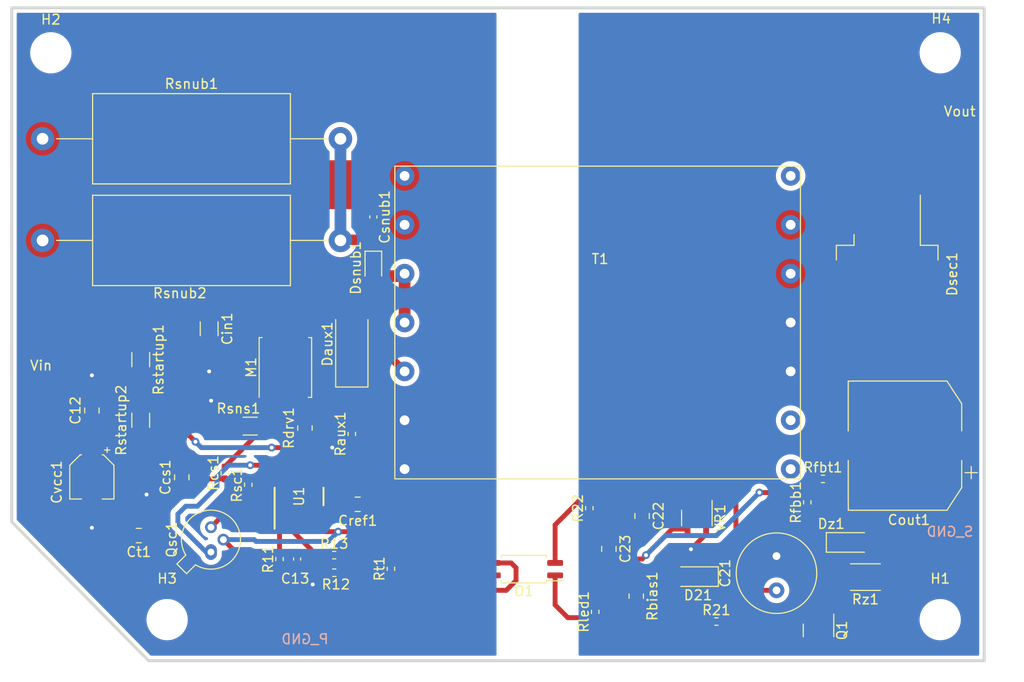
<source format=kicad_pcb>
(kicad_pcb (version 20211014) (generator pcbnew)
  (layers (0 "F.Cu" signal) (31 "B.Cu" signal) (34 "B.Paste" user) (35 "F.Paste" user) (36 "B.SilkS" user "B.Silkscreen") (37 "F.SilkS" user "F.Silkscreen") (38 "B.Mask" user) (39 "F.Mask" user) (44 "Edge.Cuts" user))
  (net 0 "")
  (net 1 "Net-(C12-Pad1)")
  (net 2 "GNDREF")
  (net 3 "Net-(C13-Pad1)")
  (net 4 "Net-(C13-Pad2)")
  (net 5 "Net-(C21-Pad1)")
  (net 6 "GND")
  (net 7 "Net-(C22-Pad1)")
  (net 8 "Net-(C22-Pad2)")
  (net 9 "Net-(C23-Pad2)")
  (net 10 "Net-(Ccs1-Pad2)")
  (net 11 "VDC")
  (net 12 "Vout")
  (net 13 "Net-(Cref1-Pad2)")
  (net 14 "Net-(Csnub1-Pad2)")
  (net 15 "Net-(Ct1-Pad1)")
  (net 16 "Net-(Dsec1-Pad2)")
  (net 17 "Net-(M1-Pad1)")
  (net 18 "Net-(M1-Pad4)")
  (net 19 "Net-(Daux1-Pad1)")
  (net 20 "Net-(Dz1-Pad1)")
  (net 21 "Net-(O1-Pad1)")
  (net 22 "Net-(Rdrv1-Pad1)")
  (net 23 "Net-(O1-Pad3)")
  (net 24 "Net-(Q1-Pad2)")
  (net 25 "Net-(Daux1-Pad2)")
  (net 26 "Net-(Dsnub1-Pad2)")
  (net 27 "Net-(Rstartup1-Pad2)")
  (net 28 "Net-(Qsc1-Pad3)")
  (footprint "Resistor_SMD:R_0402_1005Metric_Pad0.72x0.64mm_HandSolder" (layer "F.Cu") (at 99.995 103.4)
    (fp_text reference "R13" (at 0 -1.17) (layer "F.SilkS"))
    (fp_text value "4.99 kR")
    (pad "1" smd roundrect (at -0.5975 0) (size 0.715 0.64) (layers "F.Cu" "F.Paste" "F.Mask") (net 3 "Net-(C13-Pad1)"))
    (pad "2" smd roundrect (at 0.5975 0) (size 0.715 0.64) (layers "F.Cu" "F.Paste" "F.Mask") (net 23 "Net-(O1-Pad3)"))
  )
  (footprint "Diode_SMD:D_SMA_Handsoldering" (layer "F.Cu") (at 101.8 81.8 90)
    (fp_text reference "Daux1" (at 0 -2.5 90) (layer "F.SilkS"))
    (fp_text value "D_Schottky")
    (pad "1" smd rect (at -2.5 0 90) (size 3.5 1.8) (layers "F.Cu" "F.Paste" "F.Mask") (net 19 "Net-(Daux1-Pad1)"))
    (pad "2" smd rect (at 2.5 0 90) (size 3.5 1.8) (layers "F.Cu" "F.Paste" "F.Mask") (net 25 "Net-(Daux1-Pad2)"))
  )
  (footprint "Resistor_SMD:R_0402_1005Metric_Pad0.72x0.64mm_HandSolder" (layer "F.Cu") (at 88.8 95 90)
    (fp_text reference "Rcs1" (at 0 -1.17 90) (layer "F.SilkS"))
    (fp_text value "1 kR")
    (pad "1" smd roundrect (at -0.5975 0 90) (size 0.715 0.64) (layers "F.Cu" "F.Paste" "F.Mask") (net 10 "Net-(Ccs1-Pad2)"))
    (pad "2" smd roundrect (at 0.5975 0 90) (size 0.715 0.64) (layers "F.Cu" "F.Paste" "F.Mask") (net 17 "Net-(M1-Pad1)"))
  )
  (footprint "Resistor_SMD:R_0402_1005Metric_Pad0.72x0.64mm_HandSolder" (layer "F.Cu") (at 105.8 104.8 90)
    (fp_text reference "Rt1" (at 0 -1.17 90) (layer "F.SilkS"))
    (fp_text value "7.5 kR")
    (pad "1" smd roundrect (at -0.5975 0 90) (size 0.715 0.64) (layers "F.Cu" "F.Paste" "F.Mask") (net 15 "Net-(Ct1-Pad1)"))
    (pad "2" smd roundrect (at 0.5975 0 90) (size 0.715 0.64) (layers "F.Cu" "F.Paste" "F.Mask") (net 13 "Net-(Cref1-Pad2)"))
  )
  (footprint "Diode_SMD:D_SOD-323" (layer "F.Cu") (at 104 73.8 -90)
    (fp_text reference "Dsnub1" (at 0.2 1.8 90) (layer "F.SilkS"))
    (fp_text value "D_Schottky")
    (pad "1" smd rect (at -1.05 0 270) (size 0.6 0.45) (layers "F.Cu" "F.Paste" "F.Mask") (net 14 "Net-(Csnub1-Pad2)"))
    (pad "2" smd rect (at 1.05 0 270) (size 0.6 0.45) (layers "F.Cu" "F.Paste" "F.Mask") (net 26 "Net-(Dsnub1-Pad2)"))
  )
  (footprint "Resistor_SMD:R_0402_1005Metric_Pad0.72x0.64mm_HandSolder" (layer "F.Cu") (at 139.1 110.2)
    (fp_text reference "R21" (at 0 -1.17) (layer "F.SilkS"))
    (fp_text value "10 kR")
    (pad "1" smd roundrect (at -0.5975 0) (size 0.715 0.64) (layers "F.Cu" "F.Paste" "F.Mask") (net 5 "Net-(C21-Pad1)"))
    (pad "2" smd roundrect (at 0.5975 0) (size 0.715 0.64) (layers "F.Cu" "F.Paste" "F.Mask") (net 24 "Net-(Q1-Pad2)"))
  )
  (footprint "Capacitor_SMD:C_0805_2012Metric_Pad1.18x1.45mm_HandSolder" (layer "F.Cu") (at 102.4 98.2 180)
    (fp_text reference "Cref1" (at 0 -1.68) (layer "F.SilkS"))
    (fp_text value "100 nF")
    (pad "1" smd roundrect (at -1.0375 0 180) (size 1.175 1.45) (layers "F.Cu" "F.Paste" "F.Mask") (roundrect_rratio 0.212766) (net 2 "GNDREF"))
    (pad "2" smd roundrect (at 1.0375 0 180) (size 1.175 1.45) (layers "F.Cu" "F.Paste" "F.Mask") (roundrect_rratio 0.212766) (net 13 "Net-(Cref1-Pad2)"))
  )
  (footprint "Capacitor_SMD:CP_Elec_4x5.3" (layer "F.Cu") (at 75.2 95.4 -90)
    (fp_text reference "Cvcc1" (at 0.532218 3.6 90) (layer "F.SilkS"))
    (fp_text value "4.7 uF")
    (pad "1" smd roundrect (at -1.8 0 270) (size 2.6 1.6) (layers "F.Cu" "F.Paste" "F.Mask") (roundrect_rratio 0.15625) (net 1 "Net-(C12-Pad1)"))
    (pad "2" smd roundrect (at 1.8 0 270) (size 2.6 1.6) (layers "F.Cu" "F.Paste" "F.Mask") (roundrect_rratio 0.15625) (net 2 "GNDREF"))
  )
  (footprint "Resistor_SMD:R_0402_1005Metric_Pad0.72x0.64mm_HandSolder" (layer "F.Cu") (at 126.7 109.2 90)
    (fp_text reference "Rled1" (at 0 -1.17 90) (layer "F.SilkS"))
    (fp_text value "16.2 kR")
    (pad "1" smd roundrect (at -0.5975 0 90) (size 0.715 0.64) (layers "F.Cu" "F.Paste" "F.Mask") (net 21 "Net-(O1-Pad1)"))
    (pad "2" smd roundrect (at 0.5975 0 90) (size 0.715 0.64) (layers "F.Cu" "F.Paste" "F.Mask") (net 24 "Net-(Q1-Pad2)"))
  )
  (footprint "Resistor_THT:R_Axial_DIN0922_L20.0mm_D9.0mm_P30.48mm_Horizontal" (layer "F.Cu") (at 70.155 60.8)
    (fp_text reference "Rsnub1" (at 15.24 -5.62) (layer "F.SilkS"))
    (fp_text value "118.452 R")
    (pad "1" thru_hole circle (at 0 0) (size 2.4 2.4) (drill 1.2) (layers *.Cu *.Mask) (net 11 "VDC"))
    (pad "2" thru_hole oval (at 30.48 0) (size 2.4 2.4) (drill 1.2) (layers *.Cu *.Mask) (net 14 "Net-(Csnub1-Pad2)"))
  )
  (footprint "Resistor_SMD:R_1206_3216Metric_Pad1.30x1.75mm_HandSolder" (layer "F.Cu") (at 80.2 83.4 -90)
    (fp_text reference "Rstartup1" (at 0 -1.82 90) (layer "F.SilkS"))
    (fp_text value "3.83 kR")
    (pad "1" smd roundrect (at -1.55 0 270) (size 1.3 1.75) (layers "F.Cu" "F.Paste" "F.Mask") (roundrect_rratio 0.192308) (net 11 "VDC"))
    (pad "2" smd roundrect (at 1.55 0 270) (size 1.3 1.75) (layers "F.Cu" "F.Paste" "F.Mask") (roundrect_rratio 0.192308) (net 27 "Net-(Rstartup1-Pad2)"))
  )
  (footprint "Capacitor_SMD:C_0805_2012Metric_Pad1.18x1.45mm_HandSolder" (layer "F.Cu") (at 128.1 102.7625 -90)
    (fp_text reference "C23" (at 0 -1.68 90) (layer "F.SilkS"))
    (fp_text value "56 pF")
    (pad "1" smd roundrect (at -1.0375 0 270) (size 1.175 1.45) (layers "F.Cu" "F.Paste" "F.Mask") (roundrect_rratio 0.212766) (net 8 "Net-(C22-Pad2)"))
    (pad "2" smd roundrect (at 1.0375 0 270) (size 1.175 1.45) (layers "F.Cu" "F.Paste" "F.Mask") (roundrect_rratio 0.212766) (net 9 "Net-(C23-Pad2)"))
  )
  (footprint "Resistor_SMD:R_1206_3216Metric_Pad1.30x1.75mm_HandSolder" (layer "F.Cu") (at 91.4 90.2)
    (fp_text reference "Rsns1" (at -1.2 -1.8) (layer "F.SilkS"))
    (fp_text value "33.9637 mR")
    (pad "1" smd roundrect (at -1.55 0) (size 1.3 1.75) (layers "F.Cu" "F.Paste" "F.Mask") (roundrect_rratio 0.192308) (net 2 "GNDREF"))
    (pad "2" smd roundrect (at 1.55 0) (size 1.3 1.75) (layers "F.Cu" "F.Paste" "F.Mask") (roundrect_rratio 0.192308) (net 17 "Net-(M1-Pad1)"))
  )
  (footprint "Capacitor_THT:C_Radial_D8.0mm_H11.5mm_P3.50mm" (layer "F.Cu") (at 145.25 107 90)
    (fp_text reference "C21" (at 1.75 -5.25 90) (layer "F.SilkS"))
    (fp_text value "68 uF")
    (pad "1" thru_hole circle (at 0 0 90) (size 1.6 1.6) (drill 0.8) (layers *.Cu *.Mask) (net 5 "Net-(C21-Pad1)"))
    (pad "2" thru_hole circle (at 3.5 0 90) (size 1.6 1.6) (drill 0.8) (layers *.Cu *.Mask) (net 6 "GND"))
  )
  (footprint "Resistor_SMD:R_0805_2012Metric_Pad1.20x1.40mm_HandSolder" (layer "F.Cu") (at 130.9 107.6 -90)
    (fp_text reference "Rbias1" (at 0 -1.65 90) (layer "F.SilkS"))
    (fp_text value "13.7 kR")
    (pad "1" smd roundrect (at -1 0 270) (size 1.2 1.4) (layers "F.Cu" "F.Paste" "F.Mask") (roundrect_rratio 0.208333) (net 7 "Net-(C22-Pad1)"))
    (pad "2" smd roundrect (at 1 0 270) (size 1.2 1.4) (layers "F.Cu" "F.Paste" "F.Mask") (roundrect_rratio 0.208333) (net 24 "Net-(Q1-Pad2)"))
  )
  (footprint "CUSTOM_FOOTPRINTS:UCC2813-1D" (layer "F.Cu") (at 96.4 97.4 90)
    (fp_text reference "U1" (at 0 0 90 unlocked) (layer "F.SilkS"))
    (fp_text value "UCC2813D-1")
    (pad "1" smd oval (at -2.825001 -1.905 180) (size 0.650001 1.649999) (layers "F.Cu" "F.Paste" "F.Mask") (net 4 "Net-(C13-Pad2)"))
    (pad "2" smd oval (at -2.825001 -0.635 180) (size 0.650001 1.649999) (layers "F.Cu" "F.Paste" "F.Mask") (net 3 "Net-(C13-Pad1)"))
    (pad "3" smd oval (at -2.825001 0.635 180) (size 0.650001 1.649999) (layers "F.Cu" "F.Paste" "F.Mask") (net 10 "Net-(Ccs1-Pad2)"))
    (pad "4" smd oval (at -2.825001 1.905 180) (size 0.650001 1.649999) (layers "F.Cu" "F.Paste" "F.Mask") (net 15 "Net-(Ct1-Pad1)"))
    (pad "5" smd oval (at 2.824998 1.905 180) (size 0.650001 1.649999) (layers "F.Cu" "F.Paste" "F.Mask") (net 2 "GNDREF"))
    (pad "6" smd oval (at 2.824998 0.635 180) (size 0.650001 1.649999) (layers "F.Cu" "F.Paste" "F.Mask") (net 22 "Net-(Rdrv1-Pad1)"))
    (pad "7" smd oval (at 2.824998 -0.635 180) (size 0.650001 1.649999) (layers "F.Cu" "F.Paste" "F.Mask") (net 1 "Net-(C12-Pad1)"))
    (pad "8" smd oval (at 2.824998 -1.905 180) (size 0.650001 1.649999) (layers "F.Cu" "F.Paste" "F.Mask") (net 13 "Net-(Cref1-Pad2)"))
  )
  (footprint "Diode_SMD:D_SOD-123F" (layer "F.Cu") (at 137.1 105.6 180)
    (fp_text reference "D21" (at -0.127 -1.905) (layer "F.SilkS"))
    (fp_text value "PMEG6010CEH")
    (pad "1" smd rect (at -1.4 0 180) (size 1.1 1.1) (layers "F.Cu" "F.Paste" "F.Mask") (net 5 "Net-(C21-Pad1)"))
    (pad "2" smd rect (at 1.4 0 180) (size 1.1 1.1) (layers "F.Cu" "F.Paste" "F.Mask") (net 7 "Net-(C22-Pad1)"))
  )
  (footprint "Package_TO_SOT_SMD:SOT-23" (layer "F.Cu") (at 149.55 111.1 -90)
    (fp_text reference "Q1" (at 0 -2.4 90) (layer "F.SilkS"))
    (fp_text value "BC846")
    (pad "1" smd roundrect (at -0.9375 -0.95 270) (size 1.475 0.6) (layers "F.Cu" "F.Paste" "F.Mask") (net 20 "Net-(Dz1-Pad1)"))
    (pad "2" smd roundrect (at -0.9375 0.95 270) (size 1.475 0.6) (layers "F.Cu" "F.Paste" "F.Mask") (net 24 "Net-(Q1-Pad2)"))
    (pad "3" smd roundrect (at 0.9375 0 270) (size 1.475 0.6) (layers "F.Cu" "F.Paste" "F.Mask") (net 12 "Vout"))
  )
  (footprint "Resistor_SMD:R_0402_1005Metric_Pad0.72x0.64mm_HandSolder" (layer "F.Cu") (at 94.4 103.8 90)
    (fp_text reference "R11" (at 0 -1.17 90) (layer "F.SilkS"))
    (fp_text value "10 kR")
    (pad "1" smd roundrect (at -0.5975 0 90) (size 0.715 0.64) (layers "F.Cu" "F.Paste" "F.Mask") (net 3 "Net-(C13-Pad1)"))
    (pad "2" smd roundrect (at 0.5975 0 90) (size 0.715 0.64) (layers "F.Cu" "F.Paste" "F.Mask") (net 4 "Net-(C13-Pad2)"))
  )
  (footprint "MountingHole:MountingHole_3.2mm_M3" (layer "F.Cu") (at 71 52)
    (fp_text reference "H2" (at 0 -3.4) (layer "F.SilkS"))
    (fp_text value "MountingHole")
    (pad "" np_thru_hole circle (at 0 0) (size 3.2 3.2) (drill 3.2) (layers *.Cu *.Mask))
  )
  (footprint "CUSTOM_FOOTPRINTS:Custom_Transformer-P0.5-7" (layer "F.Cu") (at 127.2 79.6)
    (fp_text reference "T1" (at 0 -6.5 unlocked) (layer "F.SilkS"))
    (fp_text value "Transformer_1P_2S")
    (pad "1" thru_hole circle (at -20 -15) (size 2 2) (drill 1) (layers *.Cu *.Mask) (net 11 "VDC"))
    (pad "2" thru_hole circle (at -20 -10) (size 2 2) (drill 1) (layers *.Cu *.Mask) (net 11 "VDC"))
    (pad "3" thru_hole circle (at -20 -5) (size 2 2) (drill 1) (layers *.Cu *.Mask) (net 26 "Net-(Dsnub1-Pad2)"))
    (pad "4" thru_hole circle (at -20 0) (size 2 2) (drill 1) (layers *.Cu *.Mask) (net 26 "Net-(Dsnub1-Pad2)"))
    (pad "5" thru_hole circle (at -20 5) (size 2 2) (drill 1) (layers *.Cu *.Mask) (net 25 "Net-(Daux1-Pad2)"))
    (pad "6" thru_hole circle (at -20 10) (size 2 2) (drill 1) (layers *.Cu *.Mask) (net 2 "GNDREF"))
    (pad "7" thru_hole circle (at -20 15) (size 2 2) (drill 1) (layers *.Cu *.Mask) (net 2 "GNDREF"))
    (pad "8" thru_hole circle (at 19.5 -15) (size 2 2) (drill 1) (layers *.Cu *.Mask))
    (pad "9" thru_hole circle (at 19.5 -10) (size 2 2) (drill 1) (layers *.Cu *.Mask) (net 16 "Net-(Dsec1-Pad2)"))
    (pad "10" thru_hole circle (at 19.5 -5) (size 2 2) (drill 1) (layers *.Cu *.Mask) (net 16 "Net-(Dsec1-Pad2)"))
    (pad "11" thru_hole circle (at 19.5 0) (size 2 2) (drill 1) (layers *.Cu *.Mask) (net 6 "GND"))
    (pad "12" thru_hole circle (at 19.5 5) (size 2 2) (drill 1) (layers *.Cu *.Mask) (net 6 "GND"))
    (pad "13" thru_hole circle (at 19.5 10) (size 2 2) (drill 1) (layers *.Cu *.Mask))
    (pad "14" thru_hole circle (at 19.5 15) (size 2 2) (drill 1) (layers *.Cu *.Mask))
  )
  (footprint "Package_TO_SOT_SMD:SOT-23-5" (layer "F.Cu") (at 137.1 99.6 -90)
    (fp_text reference "VR1" (at 0 -2.4 90) (layer "F.SilkS"))
    (fp_text value "TL431DBV")
    (pad "1" smd roundrect (at -1.1375 -0.95 270) (size 1.325 0.6) (layers "F.Cu" "F.Paste" "F.Mask"))
    (pad "2" smd roundrect (at -1.1375 0 270) (size 1.325 0.6) (layers "F.Cu" "F.Paste" "F.Mask"))
    (pad "3" smd roundrect (at -1.1375 0.95 270) (size 1.325 0.6) (layers "F.Cu" "F.Paste" "F.Mask") (net 7 "Net-(C22-Pad1)"))
    (pad "4" smd roundrect (at 1.1375 0.95 270) (size 1.325 0.6) (layers "F.Cu" "F.Paste" "F.Mask") (net 9 "Net-(C23-Pad2)"))
    (pad "5" smd roundrect (at 1.1375 -0.95 270) (size 1.325 0.6) (layers "F.Cu" "F.Paste" "F.Mask") (net 6 "GND"))
  )
  (footprint "Resistor_THT:R_Axial_DIN0922_L20.0mm_D9.0mm_P30.48mm_Horizontal" (layer "F.Cu") (at 70.155 71.2)
    (fp_text reference "Rsnub2" (at 14.045 5.4) (layer "F.SilkS"))
    (fp_text value "118.452 R")
    (pad "1" thru_hole circle (at 0 0) (size 2.4 2.4) (drill 1.2) (layers *.Cu *.Mask) (net 11 "VDC"))
    (pad "2" thru_hole oval (at 30.48 0) (size 2.4 2.4) (drill 1.2) (layers *.Cu *.Mask) (net 14 "Net-(Csnub1-Pad2)"))
  )
  (footprint "MountingHole:MountingHole_3.2mm_M3" (layer "F.Cu") (at 162 52)
    (fp_text reference "H4" (at 0.1 -3.5) (layer "F.SilkS"))
    (fp_text value "MountingHole")
    (pad "" np_thru_hole circle (at 0 0) (size 3.2 3.2) (drill 3.2) (layers *.Cu *.Mask))
  )
  (footprint "Capacitor_SMD:C_0805_2012Metric_Pad1.18x1.45mm_HandSolder" (layer "F.Cu") (at 75.2 88.6 90)
    (fp_text reference "C12" (at 0 -1.68 90) (layer "F.SilkS"))
    (fp_text value "100 nF")
    (pad "1" smd roundrect (at -1.0375 0 90) (size 1.175 1.45) (layers "F.Cu" "F.Paste" "F.Mask") (roundrect_rratio 0.212766) (net 1 "Net-(C12-Pad1)"))
    (pad "2" smd roundrect (at 1.0375 0 90) (size 1.175 1.45) (layers "F.Cu" "F.Paste" "F.Mask") (roundrect_rratio 0.212766) (net 2 "GNDREF"))
  )
  (footprint "Capacitor_SMD:C_0805_2012Metric_Pad1.18x1.45mm_HandSolder" (layer "F.Cu") (at 131.5 99.4 -90)
    (fp_text reference "C22" (at 0 -1.68 90) (layer "F.SilkS"))
    (fp_text value "22 pF")
    (pad "1" smd roundrect (at -1.0375 0 270) (size 1.175 1.45) (layers "F.Cu" "F.Paste" "F.Mask") (roundrect_rratio 0.212766) (net 7 "Net-(C22-Pad1)"))
    (pad "2" smd roundrect (at 1.0375 0 270) (size 1.175 1.45) (layers "F.Cu" "F.Paste" "F.Mask") (roundrect_rratio 0.212766) (net 8 "Net-(C22-Pad2)"))
  )
  (footprint "CUSTOM_FOOTPRINTS:CP_Elec_12.5x13" (layer "F.Cu") (at 158.4 92.2 180)
    (fp_text reference "Cout1" (at -0.4 -7.6) (layer "F.SilkS"))
    (fp_text value "47 uF")
    (pad "1" smd roundrect (at -4.475 0 180) (size 4.75 2.5) (layers "F.Cu" "F.Paste" "F.Mask") (roundrect_rratio 0.1) (net 12 "Vout"))
    (pad "2" smd roundrect (at 4.65 0 180) (size 4.4 2.5) (layers "F.Cu" "F.Paste" "F.Mask") (roundrect_rratio 0.1) (net 6 "GND"))
  )
  (footprint "MountingHole:MountingHole_3.2mm_M3" (layer "F.Cu") (at 82.9 110)
    (fp_text reference "H3" (at 0 -4.2) (layer "F.SilkS"))
    (fp_text value "MountingHole")
    (pad "" np_thru_hole circle (at 0 0) (size 3.2 3.2) (drill 3.2) (layers *.Cu *.Mask))
  )
  (footprint "Resistor_SMD:R_0402_1005Metric_Pad0.72x0.64mm_HandSolder" (layer "F.Cu") (at 126.1 98.6 90)
    (fp_text reference "R22" (at 0 -1.17 90) (layer "F.SilkS"))
    (fp_text value "1.15 MR")
    (pad "1" smd roundrect (at -0.5975 0 90) (size 0.715 0.64) (layers "F.Cu" "F.Paste" "F.Mask") (net 8 "Net-(C22-Pad2)"))
    (pad "2" smd roundrect (at 0.5975 0 90) (size 0.715 0.64) (layers "F.Cu" "F.Paste" "F.Mask") (net 7 "Net-(C22-Pad1)"))
  )
  (footprint "Resistor_SMD:R_0402_1005Metric_Pad0.72x0.64mm_HandSolder" (layer "F.Cu") (at 101.8 91 90)
    (fp_text reference "Raux1" (at 0 -1.17 90) (layer "F.SilkS"))
    (fp_text value "10 R")
    (pad "1" smd roundrect (at -0.5975 0 90) (size 0.715 0.64) (layers "F.Cu" "F.Paste" "F.Mask") (net 1 "Net-(C12-Pad1)"))
    (pad "2" smd roundrect (at 0.5975 0 90) (size 0.715 0.64) (layers "F.Cu" "F.Paste" "F.Mask") (net 19 "Net-(Daux1-Pad1)"))
  )
  (footprint "Package_TO_SOT_THT:TO-18-3" (layer "F.Cu") (at 87.384725 103.085276 90)
    (fp_text reference "Qsc1" (at 1.27 -4.02 90) (layer "F.SilkS"))
    (fp_text value "2N2646")
    (pad "1" thru_hole oval (at 0 0 90) (size 1.6 1.2) (drill 0.7) (layers *.Cu *.Mask) (net 13 "Net-(Cref1-Pad2)"))
    (pad "2" thru_hole oval (at 1.27 1.27 90) (size 1.2 1.2) (drill 0.7) (layers *.Cu *.Mask) (net 15 "Net-(Ct1-Pad1)"))
    (pad "3" thru_hole oval (at 2.54 0 90) (size 1.2 1.2) (drill 0.7) (layers *.Cu *.Mask) (net 28 "Net-(Qsc1-Pad3)"))
  )
  (footprint "Package_TO_SOT_SMD:TO-263-2_TabPin1" (layer "F.Cu") (at 156.575 74.65 -90)
    (fp_text reference "Dsec1" (at 0 -6.65 90) (layer "F.SilkS"))
    (fp_text value "D")
    (pad "1" smd rect (at 3.375 0 270) (size 9.4 10.8) (layers "F.Cu" "F.Mask") (net 12 "Vout"))
    (pad "1" smd rect (at -5.775 -2.54 270) (size 4.6 1.1) (layers "F.Cu" "F.Paste" "F.Mask") (net 12 "Vout"))
    (pad "2" smd rect (at -5.775 2.54 270) (size 4.6 1.1) (layers "F.Cu" "F.Paste" "F.Mask") (net 16 "Net-(Dsec1-Pad2)"))
  )
  (footprint "Capacitor_SMD:C_0805_2012Metric_Pad1.18x1.45mm_HandSolder" (layer "F.Cu") (at 80 101.4 180)
    (fp_text reference "Ct1" (at 0 -1.68) (layer "F.SilkS"))
    (fp_text value "1 nF")
    (pad "1" smd roundrect (at -1.0375 0 180) (size 1.175 1.45) (layers "F.Cu" "F.Paste" "F.Mask") (roundrect_rratio 0.212766) (net 15 "Net-(Ct1-Pad1)"))
    (pad "2" smd roundrect (at 1.0375 0 180) (size 1.175 1.45) (layers "F.Cu" "F.Paste" "F.Mask") (roundrect_rratio 0.212766) (net 2 "GNDREF"))
  )
  (footprint "Resistor_SMD:R_0402_1005Metric_Pad0.72x0.64mm_HandSolder" (layer "F.Cu") (at 150.0025 95.6)
    (fp_text reference "Rfbt1" (at 0 -1.17) (layer "F.SilkS"))
    (fp_text value "54.9 kR")
    (pad "1" smd roundrect (at -0.5975 0) (size 0.715 0.64) (layers "F.Cu" "F.Paste" "F.Mask") (net 9 "Net-(C23-Pad2)"))
    (pad "2" smd roundrect (at 0.5975 0) (size 0.715 0.64) (layers "F.Cu" "F.Paste" "F.Mask") (net 12 "Vout"))
  )
  (footprint "Diode_SMD:D_SOD-123" (layer "F.Cu") (at 152.6 102.1)
    (fp_text reference "Dz1" (at -1.75 -1.9) (layer "F.SilkS"))
    (fp_text value "D_Zener")
    (pad "1" smd rect (at -1.65 0) (size 0.9 1.2) (layers "F.Cu" "F.Paste" "F.Mask") (net 20 "Net-(Dz1-Pad1)"))
    (pad "2" smd rect (at 1.65 0) (size 0.9 1.2) (layers "F.Cu" "F.Paste" "F.Mask") (net 6 "GND"))
  )
  (footprint "Resistor_SMD:R_0402_1005Metric_Pad0.72x0.64mm_HandSolder" (layer "F.Cu") (at 100.0025 105.2)
    (fp_text reference "R12" (at 0.167621 1.2) (layer "F.SilkS"))
    (fp_text value "7.68 kR")
    (pad "1" smd roundrect (at -0.5975 0) (size 0.715 0.64) (layers "F.Cu" "F.Paste" "F.Mask") (net 2 "GNDREF"))
    (pad "2" smd roundrect (at 0.5975 0) (size 0.715 0.64) (layers "F.Cu" "F.Paste" "F.Mask") (net 23 "Net-(O1-Pad3)"))
  )
  (footprint "Capacitor_SMD:C_0402_1005Metric_Pad0.74x0.62mm_HandSolder" (layer "F.Cu") (at 96.2 103.8 90)
    (fp_text reference "C13" (at -2 -0.2 180) (layer "F.SilkS"))
    (fp_text value "1 nF")
    (pad "1" smd roundrect (at -0.5675 0 90) (size 0.735 0.62) (layers "F.Cu" "F.Paste" "F.Mask") (net 3 "Net-(C13-Pad1)"))
    (pad "2" smd roundrect (at 0.5675 0 90) (size 0.735 0.62) (layers "F.Cu" "F.Paste" "F.Mask") (net 4 "Net-(C13-Pad2)"))
  )
  (footprint "Resistor_SMD:R_0805_2012Metric_Pad1.20x1.40mm_HandSolder" (layer "F.Cu") (at 97 90.4 90)
    (fp_text reference "Rdrv1" (at 0 -1.65 90) (layer "F.SilkS"))
    (fp_text value "12.1 R")
    (pad "1" smd roundrect (at -1 0 90) (size 1.2 1.4) (layers "F.Cu" "F.Paste" "F.Mask") (roundrect_rratio 0.208333) (net 22 "Net-(Rdrv1-Pad1)"))
    (pad "2" smd roundrect (at 1 0 90) (size 1.2 1.4) (layers "F.Cu" "F.Paste" "F.Mask") (roundrect_rratio 0.208333) (net 18 "Net-(M1-Pad4)"))
  )
  (footprint "Package_SO:SOP-4_4.4x2.6mm_P1.27mm" (layer "F.Cu") (at 119.4125 104.835 180)
    (fp_text reference "O1" (at 0 -2.25) (layer "F.SilkS"))
    (fp_text value "TCMT1107")
    (pad "1" smd roundrect (at -3.1875 -0.635 180) (size 1.625 0.6) (layers "F.Cu" "F.Paste" "F.Mask") (net 21 "Net-(O1-Pad1)"))
    (pad "2" smd roundrect (at -3.1875 0.635 180) (size 1.625 0.6) (layers "F.Cu" "F.Paste" "F.Mask") (net 7 "Net-(C22-Pad1)"))
    (pad "3" smd roundrect (at 3.1875 0.635 180) (size 1.625 0.6) (layers "F.Cu" "F.Paste" "F.Mask") (net 23 "Net-(O1-Pad3)"))
    (pad "4" smd roundrect (at 3.1875 -0.635 180) (size 1.625 0.6) (layers "F.Cu" "F.Paste" "F.Mask") (net 13 "Net-(Cref1-Pad2)"))
  )
  (footprint "MountingHole:MountingHole_3.2mm_M3" (layer "F.Cu") (at 162 110)
    (fp_text reference "H1" (at 0 -4.2) (layer "F.SilkS"))
    (fp_text value "MountingHole")
    (pad "" np_thru_hole circle (at 0 0) (size 3.2 3.2) (drill 3.2) (layers *.Cu *.Mask))
  )
  (footprint "Capacitor_SMD:C_0402_1005Metric_Pad0.74x0.62mm_HandSolder" (layer "F.Cu") (at 104 68.8 -90)
    (fp_text reference "Csnub1" (at 0 -1.16 90) (layer "F.SilkS"))
    (fp_text value "2.2 uF")
    (pad "1" smd roundrect (at -0.5675 0 270) (size 0.735 0.62) (layers "F.Cu" "F.Paste" "F.Mask") (net 11 "VDC"))
    (pad "2" smd roundrect (at 0.5675 0 270) (size 0.735 0.62) (layers "F.Cu" "F.Paste" "F.Mask") (net 14 "Net-(Csnub1-Pad2)"))
  )
  (footprint "Resistor_SMD:R_0402_1005Metric_Pad0.72x0.64mm_HandSolder" (layer "F.Cu") (at 148.4 98.0025 90)
    (fp_text reference "Rfbb1" (at 0 -1.17 90) (layer "F.SilkS"))
    (fp_text value "3.01 kR")
    (pad "1" smd roundrect (at -0.5975 0 90) (size 0.715 0.64) (layers "F.Cu" "F.Paste" "F.Mask") (net 6 "GND"))
    (pad "2" smd roundrect (at 0.5975 0 90) (size 0.715 0.64) (layers "F.Cu" "F.Paste" "F.Mask") (net 9 "Net-(C23-Pad2)"))
  )
  (footprint "Resistor_SMD:R_1206_3216Metric_Pad1.30x1.75mm_HandSolder" (layer "F.Cu") (at 80.2 89.6 -90)
    (fp_text reference "Rstartup2" (at 0 2 90) (layer "F.SilkS"))
    (fp_text value "3.83 kR")
    (pad "1" smd roundrect (at -1.55 0 270) (size 1.3 1.75) (layers "F.Cu" "F.Paste" "F.Mask") (roundrect_rratio 0.192308) (net 27 "Net-(Rstartup1-Pad2)"))
    (pad "2" smd roundrect (at 1.55 0 270) (size 1.3 1.75) (layers "F.Cu" "F.Paste" "F.Mask") (roundrect_rratio 0.192308) (net 1 "Net-(C12-Pad1)"))
  )
  (footprint "Capacitor_SMD:C_1206_3216Metric_Pad1.33x1.80mm_HandSolder" (layer "F.Cu") (at 87.2 80.2375 -90)
    (fp_text reference "Cin1" (at 0 -1.85 90) (layer "F.SilkS"))
    (fp_text value "4.7 uF")
    (pad "1" smd roundrect (at -1.5625 0 270) (size 1.325 1.8) (layers "F.Cu" "F.Paste" "F.Mask") (roundrect_rratio 0.188679) (net 11 "VDC"))
    (pad "2" smd roundrect (at 1.5625 0 270) (size 1.325 1.8) (layers "F.Cu" "F.Paste" "F.Mask") (roundrect_rratio 0.188679) (net 2 "GNDREF"))
  )
  (footprint "Capacitor_SMD:C_0805_2012Metric_Pad1.18x1.45mm_HandSolder" (layer "F.Cu") (at 84.4 95.4375 90)
    (fp_text reference "Ccs1" (at 0 -1.68 90) (layer "F.SilkS"))
    (fp_text value "470 pF")
    (pad "1" smd roundrect (at -1.0375 0 90) (size 1.175 1.45) (layers "F.Cu" "F.Paste" "F.Mask") (roundrect_rratio 0.212766) (net 2 "GNDREF"))
    (pad "2" smd roundrect (at 1.0375 0 90) (size 1.175 1.45) (layers "F.Cu" "F.Paste" "F.Mask") (roundrect_rratio 0.212766) (net 10 "Net-(Ccs1-Pad2)"))
  )
  (footprint "Package_TO_SOT_SMD:TDSON-8-1" (layer "F.Cu") (at 95 84.2 90)
    (fp_text reference "M1" (at 0 -3.5 90) (layer "F.SilkS"))
    (fp_text value "CSD19502Q5B")
    (pad "1" smd rect (at -2.9 -1.905 90) (size 0.85 0.5) (layers "F.Cu" "F.Paste" "F.Mask") (net 17 "Net-(M1-Pad1)"))
    (pad "2" smd rect (at -2.9 -0.635 90) (size 0.85 0.5) (layers "F.Cu" "F.Paste" "F.Mask") (net 17 "Net-(M1-Pad1)"))
    (pad "3" smd rect (at -2.9 0.635 90) (size 0.85 0.5) (layers "F.Cu" "F.Paste" "F.Mask") (net 17 "Net-(M1-Pad1)"))
    (pad "4" smd rect (at -2.9 1.905 90) (size 0.85 0.5) (layers "F.Cu" "F.Paste" "F.Mask") (net 18 "Net-(M1-Pad4)"))
    (pad "5" smd rect (at 1.05 0 90) (size 4.55 4.41) (layers "F.Cu") (net 26 "Net-(Dsnub1-Pad2)"))
  )
  (footprint "Resistor_SMD:R_2010_5025Metric_Pad1.40x2.65mm_HandSolder" (layer "F.Cu") (at 154.35 105.65 180)
    (fp_text reference "Rz1" (at 0 -2.28) (layer "F.SilkS"))
    (fp_text value "20 kR")
    (pad "1" smd roundrect (at -2.4 0 180) (size 1.4 2.65) (layers "F.Cu" "F.Paste" "F.Mask") (roundrect_rratio 0.178571) (net 12 "Vout"))
    (pad "2" smd roundrect (at 2.4 0 180) (size 1.4 2.65) (layers "F.Cu" "F.Paste" "F.Mask") (roundrect_rratio 0.178571) (net 20 "Net-(Dz1-Pad1)"))
  )
  (footprint "Resistor_SMD:R_0402_1005Metric_Pad0.72x0.64mm_HandSolder" (layer "F.Cu") (at 91.2 96.2 90)
    (fp_text reference "Rsc1" (at 0 -1.17 90) (layer "F.SilkS"))
    (fp_text value "4.32 kR")
    (pad "1" smd roundrect (at -0.5975 0 90) (size 0.715 0.64) (layers "F.Cu" "F.Paste" "F.Mask") (net 28 "Net-(Qsc1-Pad3)"))
    (pad "2" smd roundrect (at 0.5975 0 90) (size 0.715 0.64) (layers "F.Cu" "F.Paste" "F.Mask") (net 10 "Net-(Ccs1-Pad2)"))
  )
  (gr_poly (pts (xy 166.5 114.2) (xy 81 114.2) (xy 67 100) (xy 67 47.4) (xy 166.5 47.4)) (layer "Edge.Cuts") (width 0.3) (fill none))
  (gr_text "S_GND" (at 163 101) (layer "B.SilkS") (effects (font (size 1 1)) (justify mirror)))
  (gr_text "P_GND\n" (at 97 112) (layer "B.SilkS") (effects (font (size 1 1)) (justify mirror)))
  (gr_text "Vin" (at 70 84) (layer "F.SilkS") (effects (font (size 1 1))))
  (gr_text "Vout" (at 164 58) (layer "F.SilkS") (effects (font (size 1 1))))
  (segment (start 93.6 92.4) (end 95 92.4) (width 0.5) (layer "F.Cu") (net 1))
  (segment (start 76.7125 91.15) (end 80.2 91.15) (width 0.5) (layer "F.Cu") (net 1))
  (segment (start 95 92.4) (end 95.765 93.165) (width 0.5) (layer "F.Cu") (net 1))
  (segment (start 96.4 96) (end 100.2 96) (width 0.5) (layer "F.Cu") (net 1))
  (segment (start 101.8 94.4) (end 101.8 91.5975) (width 0.5) (layer "F.Cu") (net 1))
  (segment (start 95.765 94.575002) (end 95.765 95.365) (width 0.5) (layer "F.Cu") (net 1))
  (segment (start 95.765 93.165) (end 95.765 94.575002) (width 0.5) (layer "F.Cu") (net 1))
  (segment (start 100.2 96) (end 101.8 94.4) (width 0.5) (layer "F.Cu") (net 1))
  (segment (start 75.2 89.6375) (end 76.7125 91.15) (width 0.5) (layer "F.Cu") (net 1))
  (segment (start 85.15 91.15) (end 85.8 91.8) (width 0.5) (layer "F.Cu") (net 1))
  (segment (start 80.2 91.15) (end 85.15 91.15) (width 0.5) (layer "F.Cu") (net 1))
  (segment (start 95.765 95.365) (end 96.4 96) (width 0.5) (layer "F.Cu") (net 1))
  (segment (start 75.2 93.6) (end 75.2 89.6375) (width 0.5) (layer "F.Cu") (net 1))
  (via (at 93.6 92.4) (size 0.8) (drill 0.4) (layers "F.Cu" "B.Cu") (net 1))
  (via (at 85.8 91.8) (size 0.8) (drill 0.4) (layers "F.Cu" "B.Cu") (net 1))
  (segment (start 86.4 92.4) (end 93.6 92.4) (width 0.5) (layer "B.Cu") (net 1))
  (segment (start 85.8 91.8) (end 86.4 92.4) (width 0.5) (layer "B.Cu") (net 1))
  (segment (start 99.405 105.2) (end 99 105.2) (width 0.5) (layer "F.Cu") (net 2))
  (segment (start 89.85 90.05) (end 87.4 87.6) (width 0.5) (layer "F.Cu") (net 2))
  (segment (start 103.4375 98.2) (end 106 98.2) (width 0.5) (layer "F.Cu") (net 2))
  (segment (start 98.305 93.895) (end 99.8 92.4) (width 0.5) (layer "F.Cu") (net 2))
  (segment (start 76.2 101.6) (end 78.7625 101.6) (width 0.5) (layer "F.Cu") (net 2))
  (segment (start 99 105.2) (end 97.8 106.4) (width 0.5) (layer "F.Cu") (net 2))
  (segment (start 75.2 100.6) (end 76.2 101.6) (width 0.5) (layer "F.Cu") (net 2))
  (segment (start 81.325 96.475) (end 81.2 96.6) (width 0.5) (layer "F.Cu") (net 2))
  (segment (start 75.2 97.2) (end 75.2 100.6) (width 0.5) (layer "F.Cu") (net 2))
  (segment (start 87.2 81.8) (end 87.2 84.6) (width 0.5) (layer "F.Cu") (net 2))
  (segment (start 106 98.2) (end 107.2 97) (width 0.5) (layer "F.Cu") (net 2))
  (segment (start 84.4 96.475) (end 81.325 96.475) (width 0.5) (layer "F.Cu") (net 2))
  (segment (start 98.305 94.575002) (end 98.305 93.895) (width 0.5) (layer "F.Cu") (net 2))
  (segment (start 75.2 87.5625) (end 75.2 85) (width 0.5) (layer "F.Cu") (net 2))
  (segment (start 89.85 90.2) (end 89.85 90.05) (width 0.5) (layer "F.Cu") (net 2))
  (segment (start 78.7625 101.6) (end 78.9625 101.4) (width 0.5) (layer "F.Cu") (net 2))
  (segment (start 81.2 96.6) (end 80.8 97.2) (width 0.5) (layer "F.Cu") (net 2))
  (segment (start 107.2 97) (end 107.2 94.6) (width 0.5) (layer "F.Cu") (net 2))
  (via (at 87.4 87.6) (size 0.8) (drill 0.4) (layers "F.Cu" "B.Cu") (net 2))
  (via (at 75.2 85) (size 0.8) (drill 0.4) (layers "F.Cu" "B.Cu") (net 2))
  (via (at 80.8 97.2) (size 0.8) (drill 0.4) (layers "F.Cu" "B.Cu") (net 2))
  (via (at 97.8 106.4) (size 0.8) (drill 0.4) (layers "F.Cu" "B.Cu") (net 2))
  (via (at 99.8 92.4) (size 0.8) (drill 0.4) (layers "F.Cu" "B.Cu") (net 2))
  (via (at 87.2 84.6) (size 0.8) (drill 0.4) (layers "F.Cu" "B.Cu") (net 2))
  (via (at 75.2 100.6) (size 0.8) (drill 0.4) (layers "F.Cu" "B.Cu") (net 2))
  (segment (start 95.765 100.225001) (end 95.765 100.965) (width 0.5) (layer "F.Cu") (net 3))
  (segment (start 96.2 104.3675) (end 97.6325 104.3675) (width 0.5) (layer "F.Cu") (net 3))
  (segment (start 97.6325 102.8325) (end 97.6325 104.3675) (width 0.5) (layer "F.Cu") (net 3))
  (segment (start 98.43 104.3675) (end 99.3975 103.4) (width 0.5) (layer "F.Cu") (net 3))
  (segment (start 97.6325 104.3675) (end 98.43 104.3675) (width 0.5) (layer "F.Cu") (net 3))
  (segment (start 94.4 104.3975) (end 96.17 104.3975) (width 0.5) (layer "F.Cu") (net 3))
  (segment (start 96.17 104.3975) (end 96.2 104.3675) (width 0.5) (layer "F.Cu") (net 3))
  (segment (start 95.765 100.965) (end 97.6325 102.8325) (width 0.5) (layer "F.Cu") (net 3))
  (segment (start 94.4 103.2025) (end 94.4 100.320001) (width 0.5) (layer "F.Cu") (net 4))
  (segment (start 94.4 100.320001) (end 94.495 100.225001) (width 0.5) (layer "F.Cu") (net 4))
  (segment (start 94.4 103.2025) (end 96.17 103.2025) (width 0.5) (layer "F.Cu") (net 4))
  (segment (start 96.17 103.2025) (end 96.2 103.2325) (width 0.5) (layer "F.Cu") (net 4))
  (segment (start 138.5025 105.6025) (end 138.5 105.6) (width 0.5) (layer "F.Cu") (net 5))
  (segment (start 145.25 107) (end 139.9 107) (width 0.5) (layer "F.Cu") (net 5))
  (segment (start 139.9 107) (end 138.5 105.6) (width 0.5) (layer "F.Cu") (net 5))
  (segment (start 138.5025 110.2) (end 138.5025 105.6025) (width 0.5) (layer "F.Cu") (net 5))
  (segment (start 152 100) (end 152.1 99.9) (width 0.5) (layer "F.Cu") (net 6))
  (segment (start 154.25 100.95) (end 154.25 102.1) (width 1.2) (layer "F.Cu") (net 6))
  (segment (start 153.75 98.25) (end 152.1 99.9) (width 1.5) (layer "F.Cu") (net 6))
  (segment (start 148.7 100) (end 152 100) (width 1.2) (layer "F.Cu") (net 6))
  (segment (start 148.4 100.35) (end 147.85 100.9) (width 1) (layer "F.Cu") (net 6))
  (segment (start 153.2 99.9) (end 154.25 100.95) (width 1.2) (layer "F.Cu") (net 6))
  (segment (start 148.4 98.6) (end 148.4 100.35) (width 1) (layer "F.Cu") (net 6))
  (segment (start 138.05 100.7375) (end 138.05 101.25) (width 0.5) (layer "F.Cu") (net 6))
  (segment (start 153.75 92.2) (end 153.75 98.25) (width 1.5) (layer "F.Cu") (net 6))
  (segment (start 152.1 99.9) (end 153.2 99.9) (width 0.5) (layer "F.Cu") (net 6))
  (segment (start 138.05 101.25) (end 136.5 102.8) (width 0.5) (layer "F.Cu") (net 6))
  (segment (start 145.25 103.5) (end 147.85 100.9) (width 1) (layer "F.Cu") (net 6))
  (via (at 136.5 102.8) (size 0.8) (drill 0.4) (layers "F.Cu" "B.Cu") (net 6))
  (segment (start 131.9 105.6) (end 135.7 105.6) (width 0.5) (layer "F.Cu") (net 7))
  (segment (start 131.14 98.0025) (end 131.5 98.3625) (width 0.5) (layer "F.Cu") (net 7))
  (segment (start 130.9 106.6) (end 131.9 105.6) (width 0.5) (layer "F.Cu") (net 7))
  (segment (start 135.7 105.6) (end 137.9 103.4) (width 0.5) (layer "F.Cu") (net 7))
  (segment (start 136.15 97.35) (end 136.15 98.4625) (width 0.5) (layer "F.Cu") (net 7))
  (segment (start 125 97.9) (end 125.9975 97.9) (width 0.5) (layer "F.Cu") (net 7))
  (segment (start 126.1 98.0025) (end 131.14 98.0025) (width 0.5) (layer "F.Cu") (net 7))
  (segment (start 131.5 98.3625) (end 136.05 98.3625) (width 0.5) (layer "F.Cu") (net 7))
  (segment (start 141.1 96.8) (end 140.7 96.4) (width 0.5) (layer "F.Cu") (net 7))
  (segment (start 137.1 96.4) (end 136.15 97.35) (width 0.5) (layer "F.Cu") (net 7))
  (segment (start 141.1 101.8) (end 141.1 96.8) (width 0.5) (layer "F.Cu") (net 7))
  (segment (start 125.9975 97.9) (end 126.1 98.0025) (width 0.5) (layer "F.Cu") (net 7))
  (segment (start 139.5 103.4) (end 141.1 101.8) (width 0.5) (layer "F.Cu") (net 7))
  (segment (start 140.7 96.4) (end 137.1 96.4) (width 0.5) (layer "F.Cu") (net 7))
  (segment (start 122.6 100.3) (end 125 97.9) (width 0.5) (layer "F.Cu") (net 7))
  (segment (start 122.6 104.2) (end 122.6 100.3) (width 0.5) (layer "F.Cu") (net 7))
  (segment (start 136.05 98.3625) (end 136.15 98.4625) (width 0.5) (layer "F.Cu") (net 7))
  (segment (start 137.9 103.4) (end 139.5 103.4) (width 0.5) (layer "F.Cu") (net 7))
  (segment (start 128.1 101.725) (end 130.2125 101.725) (width 0.5) (layer "F.Cu") (net 8))
  (segment (start 126.1 99.1975) (end 126.1 99.725) (width 0.5) (layer "F.Cu") (net 8))
  (segment (start 130.2125 101.725) (end 131.5 100.4375) (width 0.5) (layer "F.Cu") (net 8))
  (segment (start 126.1 99.725) (end 128.1 101.725) (width 0.5) (layer "F.Cu") (net 8))
  (segment (start 148.4 97.405) (end 148.4 96.605) (width 0.5) (layer "F.Cu") (net 9))
  (segment (start 128.1 103.8) (end 131.5 103.8) (width 0.5) (layer "F.Cu") (net 9))
  (segment (start 131.9 103.4) (end 134.5625 100.7375) (width 0.5) (layer "F.Cu") (net 9))
  (segment (start 143.5 97) (end 147.995 97) (width 0.5) (layer "F.Cu") (net 9))
  (segment (start 131.5 103.8) (end 131.9 103.4) (width 0.5) (layer "F.Cu") (net 9))
  (segment (start 148.4 96.605) (end 149.405 95.6) (width 0.5) (layer "F.Cu") (net 9))
  (segment (start 147.995 97) (end 148.4 97.405) (width 0.5) (layer "F.Cu") (net 9))
  (segment (start 134.5625 100.7375) (end 136.15 100.7375) (width 0.5) (layer "F.Cu") (net 9))
  (via (at 131.9 103.4) (size 0.8) (drill 0.4) (layers "F.Cu" "B.Cu") (net 9))
  (via (at 143.5 97) (size 0.8) (drill 0.4) (layers "F.Cu" "B.Cu") (net 9))
  (segment (start 131.9 103.4) (end 133.9 101.4) (width 0.5) (layer "B.Cu") (net 9))
  (segment (start 139.1 101.4) (end 143.5 97) (width 0.5) (layer "B.Cu") (net 9))
  (segment (start 133.9 101.4) (end 139.1 101.4) (width 0.5) (layer "B.Cu") (net 9))
  (segment (start 97.035 98.535) (end 97.035 100.225001) (width 0.5) (layer "F.Cu") (net 10))
  (segment (start 88.8 95.5975) (end 85.5975 95.5975) (width 0.5) (layer "F.Cu") (net 10))
  (segment (start 92.6025 95.6025) (end 95 98) (width 0.5) (layer "F.Cu") (net 10))
  (segment (start 85.5975 95.5975) (end 84.4 94.4) (width 0.5) (layer "F.Cu") (net 10))
  (segment (start 88.8 95.5975) (end 91.195 95.5975) (width 0.5) (layer "F.Cu") (net 10))
  (segment (start 91.195 95.5975) (end 91.2 95.6025) (width 0.5) (layer "F.Cu") (net 10))
  (segment (start 91.2 95.6025) (end 92.6025 95.6025) (width 0.5) (layer "F.Cu") (net 10))
  (segment (start 95 98) (end 96.5 98) (width 0.5) (layer "F.Cu") (net 10))
  (segment (start 96.5 98) (end 97.035 98.535) (width 0.5) (layer "F.Cu") (net 10))
  (segment (start 104 68.2325) (end 104 67.8) (width 0.5) (layer "F.Cu") (net 11))
  (segment (start 70.155 60.8) (end 70.155 71.2) (width 1.2) (layer "F.Cu") (net 11))
  (segment (start 106.3 65.5) (end 105.8 66) (width 5) (layer "F.Cu") (net 11))
  (segment (start 105.4 67.8) (end 104 67.8) (width 1.2) (layer "F.Cu") (net 11))
  (segment (start 105.8 66) (end 107.2 64.6) (width 3) (layer "F.Cu") (net 11))
  (segment (start 107.2 64.6) (end 104 67.8) (width 1.2) (layer "F.Cu") (net 11))
  (segment (start 97.8 65.5) (end 106.3 65.5) (width 5) (layer "F.Cu") (net 11))
  (segment (start 107.2 69.6) (end 105.4 67.8) (width 1.2) (layer "F.Cu") (net 11))
  (segment (start 70.155 71.2) (end 80.2 81.245) (width 1.2) (layer "F.Cu") (net 11))
  (segment (start 107.2 69.6) (end 107.2 64.6) (width 4) (layer "F.Cu") (net 11))
  (segment (start 80.2 81.245) (end 80.2 81.85) (width 1.2) (layer "F.Cu") (net 11))
  (segment (start 150.6 94.3) (end 150.1 93.8) (width 1) (layer "F.Cu") (net 12))
  (segment (start 156.55 86.5) (end 156.575 86.525) (width 0.5) (layer "F.Cu") (net 12))
  (segment (start 156.75 108.15) (end 156.75 105.65) (width 0.8) (layer "F.Cu") (net 12))
  (segment (start 156.575 85.9) (end 162.875 92.2) (width 3) (layer "F.Cu") (net 12))
  (segment (start 152.8625 112.0375) (end 156.75 108.15) (width 0.8) (layer "F.Cu") (net 12))
  (segment (start 150.1 90) (end 153.6 86.5) (width 1) (layer "F.Cu") (net 12))
  (segment (start 149.55 112.0375) (end 152.8625 112.0375) (width 0.8) (layer "F.Cu") (net 12))
  (segment (start 150.1 93.8) (end 150.1 90) (width 1) (layer "F.Cu") (net 12))
  (segment (start 159.2 103.2) (end 159.2 95.875) (width 1.5) (layer "F.Cu") (net 12))
  (segment (start 156.75 105.65) (end 159.2 103.2) (width 1.5) (layer "F.Cu") (net 12))
  (segment (start 159.2 95.875) (end 162.875 92.2) (width 1.5) (layer "F.Cu") (net 12))
  (segment (start 156.575 86.525) (end 156.575 85.9) (width 0.5) (layer "F.Cu") (net 12))
  (segment (start 150.6 95.6) (end 150.6 94.3) (width 1) (layer "F.Cu") (net 12))
  (segment (start 91.4 94.2) (end 94.119998 94.2) (width 0.5) (layer "F.Cu") (net 13))
  (segment (start 105.8 104.2025) (end 110.2025 104.2025) (width 0.5) (layer "F.Cu") (net 13))
  (segment (start 111.47 105.47) (end 116.225 105.47) (width 0.5) (layer "F.Cu") (net 13))
  (segment (start 94.495 95.495) (end 94.495 94.575002) (width 0.5) (layer "F.Cu") (net 13))
  (segment (start 110.2025 104.2025) (end 111.47 105.47) (width 0.5) (layer "F.Cu") (net 13))
  (segment (start 105.8 104.2025) (end 105.8 102.6375) (width 0.5) (layer "F.Cu") (net 13))
  (segment (start 100 98.2) (end 98.554 96.754) (width 0.5) (layer "F.Cu") (net 13))
  (segment (start 95.754 96.754) (end 94.495 95.495) (width 0.5) (layer "F.Cu") (net 13))
  (segment (start 105.8 102.6375) (end 101.3625 98.2) (width 0.5) (layer "F.Cu") (net 13))
  (segment (start 98.554 96.754) (end 95.754 96.754) (width 0.5) (layer "F.Cu") (net 13))
  (segment (start 101.3625 98.2) (end 100 98.2) (width 0.5) (layer "F.Cu") (net 13))
  (segment (start 94.119998 94.2) (end 94.495 94.575002) (width 0.5) (layer "F.Cu") (net 13))
  (via (at 91.4 94.2) (size 0.8) (drill 0.4) (layers "F.Cu" "B.Cu") (net 13))
  (segment (start 86.885276 103.085276) (end 87.384725 103.085276) (width 0.5) (layer "B.Cu") (net 13))
  (segment (start 86 98.4) (end 84.8 98.4) (width 0.5) (layer "B.Cu") (net 13))
  (segment (start 89.2 94.2) (end 91.4 94.2) (width 0.5) (layer "B.Cu") (net 13))
  (segment (start 84 100.2) (end 86.885276 103.085276) (width 0.5) (layer "B.Cu") (net 13))
  (segment (start 89.2 94.2) (end 88 95.4) (width 0.5) (layer "B.Cu") (net 13))
  (segment (start 84.8 98.4) (end 84 99.2) (width 0.5) (layer "B.Cu") (net 13))
  (segment (start 88 96.4) (end 86 98.4) (width 0.5) (layer "B.Cu") (net 13))
  (segment (start 88 95.4) (end 88 96.4) (width 0.5) (layer "B.Cu") (net 13))
  (segment (start 84 99.2) (end 84 100.2) (width 0.5) (layer "B.Cu") (net 13))
  (segment (start 100.635 71.2) (end 102.45 71.2) (width 1.2) (layer "F.Cu") (net 14))
  (segment (start 104 72.75) (end 104 69.454) (width 1.2) (layer "F.Cu") (net 14))
  (segment (start 102.45 71.2) (end 104 72.75) (width 1.2) (layer "F.Cu") (net 14))
  (segment (start 100.635 60.8) (end 100.635 71.2) (width 1.2) (layer "B.Cu") (net 14))
  (segment (start 99.079999 101) (end 98.305 100.225001) (width 0.5) (layer "F.Cu") (net 15))
  (segment (start 104 104.2) (end 104 103.2) (width 0.5) (layer "F.Cu") (net 15))
  (segment (start 104 103.2) (end 101.8 101) (width 0.5) (layer "F.Cu") (net 15))
  (segment (start 101.8 101) (end 100.4 101) (width 0.5) (layer "F.Cu") (net 15))
  (segment (start 85.2375 105.6) (end 88.2 105.6) (width 0.5) (layer "F.Cu") (net 15))
  (segment (start 81.0375 101.4) (end 85.2375 105.6) (width 0.5) (layer "F.Cu") (net 15))
  (segment (start 88.2 105.6) (end 89.6 104.2) (width 0.5) (layer "F.Cu") (net 15))
  (segment (start 89.6 102.760551) (end 88.654725 101.815276) (width 0.5) (layer "F.Cu") (net 15))
  (segment (start 105.8 105.3975) (end 105.1975 105.3975) (width 0.5) (layer "F.Cu") (net 15))
  (segment (start 105.1975 105.3975) (end 104 104.2) (width 0.5) (layer "F.Cu") (net 15))
  (segment (start 100.4 101) (end 99.079999 101) (width 0.5) (layer "F.Cu") (net 15))
  (segment (start 89.6 104.2) (end 89.6 102.760551) (width 0.5) (layer "F.Cu") (net 15))
  (via (at 100.4 101) (size 0.8) (drill 0.4) (layers "F.Cu" "B.Cu") (net 15))
  (segment (start 99.4 102) (end 100.4 101) (width 0.5) (layer "B.Cu") (net 15))
  (segment (start 91.815276 101.815276) (end 88.654725 101.815276) (width 0.5) (layer "B.Cu") (net 15))
  (segment (start 92 102) (end 99.4 102) (width 0.5) (layer "B.Cu") (net 15))
  (segment (start 92 102) (end 91.815276 101.815276) (width 0.5) (layer "B.Cu") (net 15))
  (segment (start 154.035 69.565) (end 154.035 68.875) (width 0.5) (layer "F.Cu") (net 16))
  (segment (start 88.8 94.4025) (end 88.8 94.35) (width 0.5) (layer "F.Cu") (net 17))
  (segment (start 88.8 94.35) (end 92.95 90.2) (width 0.5) (layer "F.Cu") (net 17))
  (segment (start 97 89.4) (end 97 87.195) (width 0.5) (layer "F.Cu") (net 18))
  (segment (start 97 87.195) (end 96.905 87.1) (width 0.5) (layer "F.Cu") (net 18))
  (segment (start 101.8 90.4025) (end 101.8 84.3) (width 0.5) (layer "F.Cu") (net 19))
  (segment (start 151.95 105.65) (end 151.95 108.7125) (width 0.5) (layer "F.Cu") (net 20))
  (segment (start 150.95 102.1) (end 150.95 104.65) (width 0.5) (layer "F.Cu") (net 20))
  (segment (start 151.95 108.7125) (end 150.5 110.1625) (width 0.5) (layer "F.Cu") (net 20))
  (segment (start 150.95 104.65) (end 151.95 105.65) (width 0.5) (layer "F.Cu") (net 20))
  (segment (start 122.6 105.47) (end 122.6 108.5) (width 0.5) (layer "F.Cu") (net 21))
  (segment (start 122.6 108.5) (end 123.8975 109.7975) (width 0.5) (layer "F.Cu") (net 21))
  (segment (start 123.8975 109.7975) (end 126.7 109.7975) (width 0.5) (layer "F.Cu") (net 21))
  (segment (start 97 91.4) (end 97 94.540002) (width 0.5) (layer "F.Cu") (net 22))
  (segment (start 97 94.540002) (end 97.035 94.575002) (width 0.5) (layer "F.Cu") (net 22))
  (segment (start 100.6 103.4075) (end 100.5925 103.4) (width 0.5) (layer "F.Cu") (net 23))
  (segment (start 103 104) (end 103 106.2) (width 0.5) (layer "F.Cu") (net 23))
  (segment (start 103.8 107) (end 117.6 107) (width 0.5) (layer "F.Cu") (net 23))
  (segment (start 118.1 104.2) (end 118.6 104.7) (width 0.5) (layer "F.Cu") (net 23))
  (segment (start 103 106.2) (end 103.8 107) (width 0.5) (layer "F.Cu") (net 23))
  (segment (start 102.4 103.4) (end 103 104) (width 0.5) (layer "F.Cu") (net 23))
  (segment (start 118.6 104.7) (end 118.6 106) (width 0.5) (layer "F.Cu") (net 23))
  (segment (start 117.6 107) (end 118.6 106) (width 0.5) (layer "F.Cu") (net 23))
  (segment (start 100.5925 103.4) (end 102.4 103.4) (width 0.5) (layer "F.Cu") (net 23))
  (segment (start 116.225 104.2) (end 118.1 104.2) (width 0.5) (layer "F.Cu") (net 23))
  (segment (start 100.6 105.2) (end 100.6 103.4075) (width 0.5) (layer "F.Cu") (net 23))
  (segment (start 139.7 111.6) (end 139.7 110.2025) (width 0.5) (layer "F.Cu") (net 24))
  (segment (start 130.8975 108.6025) (end 130.9 108.6) (width 0.5) (layer "F.Cu") (net 24))
  (segment (start 147.95 110.2) (end 139.6975 110.2) (width 0.5) (layer "F.Cu") (net 24))
  (segment (start 147.9875 110.1625) (end 147.95 110.2) (width 0.5) (layer "F.Cu") (net 24))
  (segment (start 139.5 111.8) (end 139.7 111.6) (width 0.5) (layer "F.Cu") (net 24))
  (segment (start 126.7 108.6025) (end 130.8975 108.6025) (width 0.5) (layer "F.Cu") (net 24))
  (segment (start 139.7 110.2025) (end 139.6975 110.2) (width 0.5) (layer "F.Cu") (net 24))
  (segment (start 134.1 111.8) (end 139.5 111.8) (width 0.5) (layer "F.Cu") (net 24))
  (segment (start 130.9 108.6) (end 134.1 111.8) (width 0.5) (layer "F.Cu") (net 24))
  (segment (start 148.6 110.1625) (end 147.9875 110.1625) (width 0.5) (layer "F.Cu") (net 24))
  (segment (start 107.2 84.6) (end 102.6 80) (width 0.8) (layer "F.Cu") (net 25))
  (segment (start 102.6 80) (end 102.5 80) (width 0.8) (layer "F.Cu") (net 25))
  (segment (start 101.8 79.4) (end 101.8 79.3) (width 1.2) (layer "F.Cu") (net 25))
  (segment (start 104 74.85) (end 106.95 74.85) (width 1.2) (layer "F.Cu") (net 26))
  (segment (start 95 83.15) (end 95 79.6) (width 1.2) (layer "F.Cu") (net 26))
  (segment (start 99.75 74.85) (end 104 74.85) (width 1.2) (layer "F.Cu") (net 26))
  (segment (start 95 79.6) (end 99.75 74.85) (width 1.2) (layer "F.Cu") (net 26))
  (segment (start 106.95 74.85) (end 107.2 74.6) (width 1.2) (layer "F.Cu") (net 26))
  (segment (start 107.2 79.6) (end 107.2 74.6) (width 1.2) (layer "F.Cu") (net 26))
  (segment (start 80.2 84.95) (end 80.2 88.05) (width 0.5) (layer "F.Cu") (net 27))
  (segment (start 87.384725 100.545276) (end 91.132501 96.7975) (width 0.5) (layer "F.Cu") (net 28))
  (segment (start 91.132501 96.7975) (end 91.2 96.7975) (width 0.5) (layer "F.Cu") (net 28))
  (zone (net 11) (net_name "VDC") (layer "F.Cu") (connect_pads yes (clearance 0)) (min_thickness 0.254) (fill yes (thermal_gap 0.5) (thermal_bridge_width 1))
    (polygon (pts (xy 98 66.5) (xy 93.5 80) (xy 82 80) (xy 81.9 83.6) (xy 78.8 83.6) (xy 78.8 82.8) (xy 68.2 82.8) (xy 68 58) (xy 98 58)))
  )
  (zone (net 16) (net_name "Net-(Dsec1-Pad2)") (layer "F.Cu") (connect_pads yes (clearance 0)) (min_thickness 0.254) (fill yes (thermal_gap 0.5) (thermal_bridge_width 1))
    (polygon (pts (xy 155.5 72) (xy 151.8 72) (xy 148 76.54) (xy 145.07 76.54) (xy 145.07 67.51) (xy 148 67.51) (xy 150.53 64.98) (xy 155.5 64.98)))
  )
  (zone (net 17) (net_name "Net-(M1-Pad1)") (layer "F.Cu") (connect_pads yes (clearance 0)) (min_thickness 0.254) (fill yes (thermal_gap 0.5) (thermal_bridge_width 0.8))
    (polygon (pts (xy 96.4 88.4) (xy 95.4 88.8) (xy 95 90) (xy 95 91) (xy 92 91) (xy 92 85.9) (xy 96.4 85.9)))
  )
  (zone (net 12) (net_name "Vout") (layer "F.Cu") (connect_pads yes (clearance 0)) (min_thickness 0.254) (fill yes (thermal_gap 0.5) (thermal_bridge_width 1))
    (polygon (pts (xy 165.1 87.5) (xy 152 87.5) (xy 152 73.5) (xy 156.7 73.5) (xy 156.7 67.1) (xy 160 64) (xy 160 59) (xy 165.1 59)))
  )
  (zone (net 6) (net_name "GND") (layer "B.Cu") (connect_pads yes (clearance 0.508)) (min_thickness 0.254) (fill yes (thermal_gap 0.508) (thermal_bridge_width 0.508))
    (polygon (pts (xy 170.6 116.4) (xy 125 116.4) (xy 125 49) (xy 125 46.6) (xy 170.6 46.6)))
  )
  (zone (net 2) (net_name "GNDREF") (layer "B.Cu") (connect_pads yes (clearance 0.508)) (min_thickness 0.254) (fill yes (thermal_gap 0.5) (thermal_bridge_width 0.5))
    (polygon (pts (xy 116.6 116.2) (xy 65.8 116.2) (xy 65.8 46.8) (xy 116.6 46.8)))
  )
)
</source>
